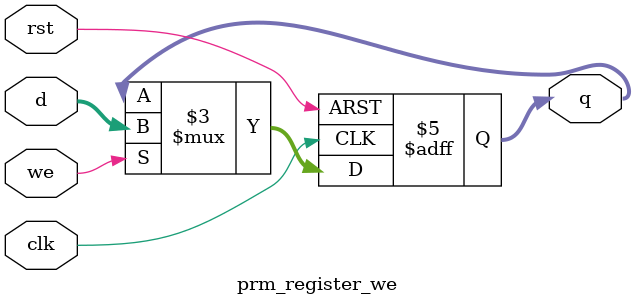
<source format=v>


module prm_register_we
#(
    parameter SIZE = 32
)
(
    input                       clk,
    input                       rst,
    input                       we,
    input      [ SIZE - 1 : 0 ] d,
    output reg [ SIZE - 1 : 0 ] q
);
    always @ (posedge clk or negedge rst)
        if(~rst)
            q <= { SIZE { 1'b0}};
        else
            if(we) q <= d;
endmodule

</source>
